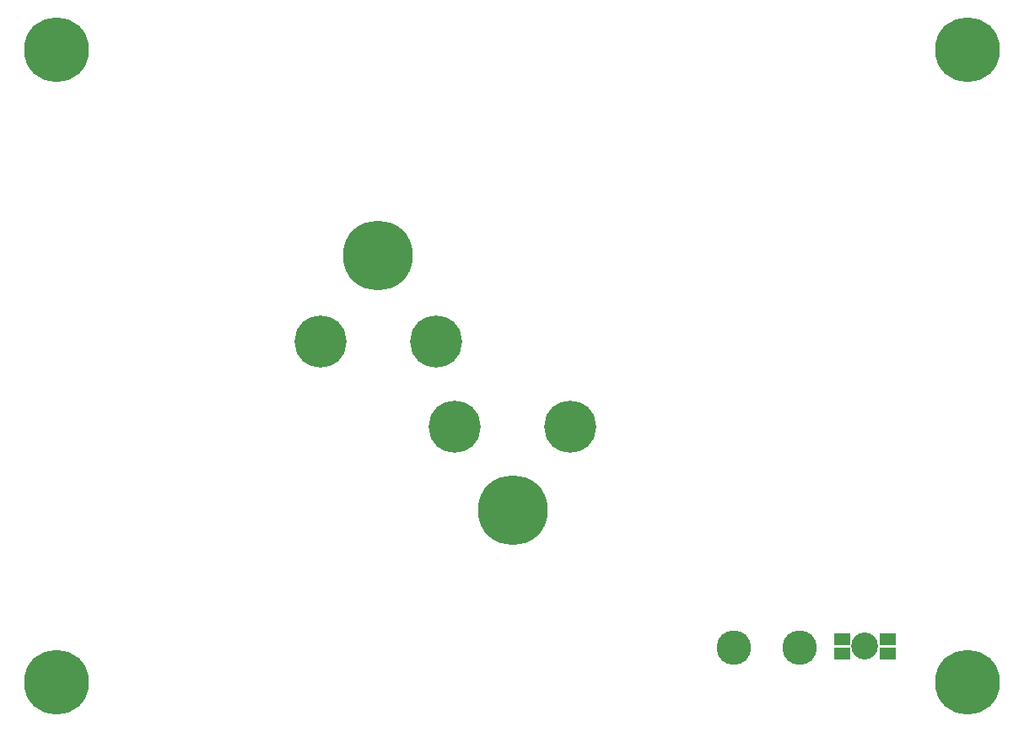
<source format=gts>
G04 start of page 8 for group -4063 idx -4063 *
G04 Title: (unknown), componentmask *
G04 Creator: pcb 20110918 *
G04 CreationDate: Mon Dec 23 20:18:39 2013 UTC *
G04 For: fosse *
G04 Format: Gerber/RS-274X *
G04 PCB-Dimensions: 550000 350000 *
G04 PCB-Coordinate-Origin: lower left *
%MOIN*%
%FSLAX25Y25*%
%LNTOPMASK*%
%ADD65R,0.0472X0.0472*%
%ADD64R,0.0473X0.0473*%
%ADD63C,0.2760*%
%ADD62C,0.2060*%
%ADD61C,0.2560*%
%ADD60C,0.1062*%
%ADD59C,0.1360*%
G54D59*X327110Y52090D03*
X353110D03*
G54D60*X379000Y52500D03*
G54D61*X419610Y288340D03*
Y38340D03*
G54D62*X262410Y139240D03*
G54D63*X239910Y106240D03*
X186500Y207000D03*
D03*
D03*
G54D62*X209350Y173000D03*
X216910Y139240D03*
X163850Y173000D03*
G54D61*X59610Y288340D03*
Y38340D03*
G54D64*X387070Y49548D02*X388646D01*
G54D65*X387070Y55453D02*X388646D01*
G54D64*X369354Y49548D02*X370928D01*
G54D65*X369354Y55453D02*X370929D01*
M02*

</source>
